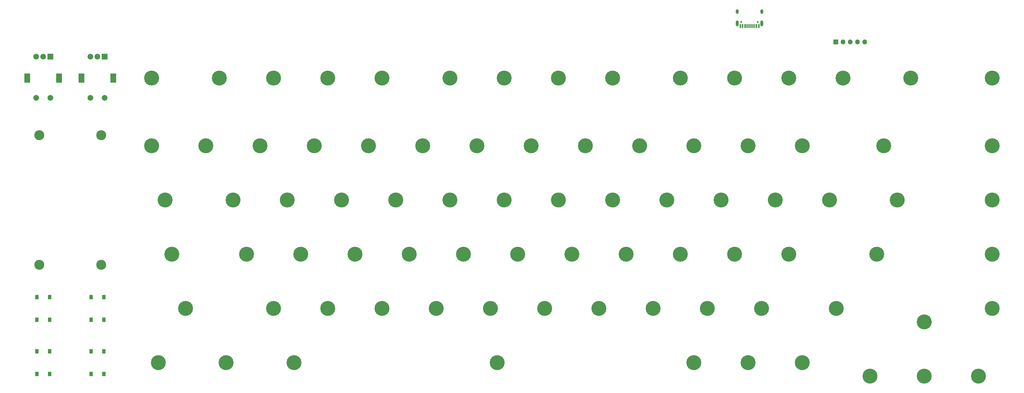
<source format=gbr>
%TF.GenerationSoftware,KiCad,Pcbnew,7.0.7*%
%TF.CreationDate,2023-10-31T22:36:57+07:00*%
%TF.ProjectId,Pixelette,50697865-6c65-4747-9465-2e6b69636164,rev?*%
%TF.SameCoordinates,Original*%
%TF.FileFunction,Soldermask,Top*%
%TF.FilePolarity,Negative*%
%FSLAX46Y46*%
G04 Gerber Fmt 4.6, Leading zero omitted, Abs format (unit mm)*
G04 Created by KiCad (PCBNEW 7.0.7) date 2023-10-31 22:36:57*
%MOMM*%
%LPD*%
G01*
G04 APERTURE LIST*
%ADD10C,5.250000*%
%ADD11R,2.000000X2.000000*%
%ADD12C,2.000000*%
%ADD13R,2.000000X3.200000*%
%ADD14R,1.300000X1.550000*%
%ADD15R,1.700000X1.700000*%
%ADD16O,1.700000X1.700000*%
%ADD17C,0.650000*%
%ADD18R,0.600000X1.450000*%
%ADD19R,0.300000X1.450000*%
%ADD20O,1.000000X2.100000*%
%ADD21O,1.000000X1.600000*%
%ADD22C,3.500000*%
G04 APERTURE END LIST*
D10*
%TO.C,SW2*%
X47625000Y-24700000D03*
%TD*%
%TO.C,SW24*%
X180975000Y-48512500D03*
%TD*%
%TO.C,SW9*%
X190500000Y-24700000D03*
%TD*%
%TO.C,SW62*%
X54768750Y-86612500D03*
%TD*%
%TO.C,SW40*%
X171450000Y-67562500D03*
%TD*%
%TO.C,SW86*%
X97631250Y-124712500D03*
%TD*%
%TO.C,SW70*%
X166687500Y-105662500D03*
%TD*%
%TO.C,SW49*%
X342900000Y-86612500D03*
%TD*%
%TO.C,SW56*%
X176212500Y-86612500D03*
%TD*%
%TO.C,SW51*%
X271462500Y-86612500D03*
%TD*%
%TO.C,SW37*%
X114300000Y-67562500D03*
%TD*%
%TO.C,SW41*%
X190500000Y-67562500D03*
%TD*%
%TO.C,SW25*%
X161925000Y-48512500D03*
%TD*%
%TO.C,SW46*%
X285750000Y-67562500D03*
%TD*%
D11*
%TO.C,SW1*%
X31075000Y-17200000D03*
D12*
X26075000Y-17200000D03*
X28575000Y-17200000D03*
D13*
X34175000Y-24700000D03*
X22975000Y-24700000D03*
D12*
X26075000Y-31700000D03*
X31075000Y-31700000D03*
%TD*%
D10*
%TO.C,SW79*%
X338137500Y-129475000D03*
%TD*%
D14*
%TO.C,SW63*%
X11775000Y-120737500D03*
X11775000Y-128687500D03*
X7275000Y-120737500D03*
X7275000Y-128687500D03*
%TD*%
D10*
%TO.C,SW82*%
X276225000Y-124712500D03*
%TD*%
%TO.C,SW59*%
X119062500Y-86612500D03*
%TD*%
%TO.C,SW29*%
X85725000Y-48512500D03*
%TD*%
%TO.C,SW36*%
X95250000Y-67562500D03*
%TD*%
%TO.C,SW22*%
X219075000Y-48512500D03*
%TD*%
%TO.C,SW55*%
X195262500Y-86612500D03*
%TD*%
D14*
%TO.C,SW64*%
X30825000Y-101687500D03*
X30825000Y-109637500D03*
X26325000Y-101687500D03*
X26325000Y-109637500D03*
%TD*%
D10*
%TO.C,SW43*%
X228600000Y-67562500D03*
%TD*%
D14*
%TO.C,SW89*%
X30825000Y-120737500D03*
X30825000Y-128687500D03*
X26325000Y-120737500D03*
X26325000Y-128687500D03*
%TD*%
D10*
%TO.C,SW81*%
X300037500Y-129475000D03*
%TD*%
%TO.C,SW31*%
X47625000Y-48512500D03*
%TD*%
%TO.C,SW53*%
X233362500Y-86612500D03*
%TD*%
%TO.C,SW50*%
X302418750Y-86612500D03*
%TD*%
%TO.C,SW11*%
X233362500Y-24700000D03*
%TD*%
%TO.C,SW88*%
X50006250Y-124712500D03*
%TD*%
%TO.C,SW87*%
X73818750Y-124712500D03*
%TD*%
%TO.C,SW19*%
X276225000Y-48512500D03*
%TD*%
%TO.C,SW38*%
X133350000Y-67562500D03*
%TD*%
%TO.C,SW60*%
X100012500Y-86612500D03*
%TD*%
%TO.C,SW16*%
X342900000Y-24700000D03*
%TD*%
%TO.C,SW67*%
X109537500Y-105662500D03*
%TD*%
%TO.C,SW73*%
X223837500Y-105662500D03*
%TD*%
%TO.C,SW15*%
X314325000Y-24700000D03*
%TD*%
%TO.C,SW74*%
X242887500Y-105662500D03*
%TD*%
%TO.C,SW12*%
X252412500Y-24700000D03*
%TD*%
%TO.C,SW77*%
X319087500Y-110425000D03*
%TD*%
%TO.C,SW8*%
X171450000Y-24700000D03*
%TD*%
%TO.C,SW57*%
X157162500Y-86612500D03*
%TD*%
%TO.C,SW48*%
X342900000Y-67562500D03*
%TD*%
%TO.C,SW4*%
X90487500Y-24700000D03*
%TD*%
%TO.C,SW80*%
X319087500Y-129475000D03*
%TD*%
%TO.C,SW7*%
X152400000Y-24700000D03*
%TD*%
%TO.C,SW78*%
X342900000Y-105662500D03*
%TD*%
D15*
%TO.C,J2*%
X287972500Y-12000000D03*
D16*
X290512500Y-12000000D03*
X293052500Y-12000000D03*
X295592500Y-12000000D03*
X298132500Y-12000000D03*
%TD*%
D10*
%TO.C,SW69*%
X147637500Y-105662500D03*
%TD*%
%TO.C,SW28*%
X104775000Y-48512500D03*
%TD*%
%TO.C,SW17*%
X342900000Y-48512500D03*
%TD*%
%TO.C,SW10*%
X209550000Y-24700000D03*
%TD*%
%TO.C,SW68*%
X128587500Y-105662500D03*
%TD*%
%TO.C,SW54*%
X214312500Y-86612500D03*
%TD*%
%TO.C,SW65*%
X59531250Y-105662500D03*
%TD*%
D11*
%TO.C,SW32*%
X12025000Y-17200000D03*
D12*
X7025000Y-17200000D03*
X9525000Y-17200000D03*
D13*
X15125000Y-24700000D03*
X3925000Y-24700000D03*
D12*
X7025000Y-31700000D03*
X12025000Y-31700000D03*
%TD*%
D10*
%TO.C,SW84*%
X238125000Y-124712500D03*
%TD*%
%TO.C,SW27*%
X123825000Y-48512500D03*
%TD*%
%TO.C,SW21*%
X238125000Y-48512500D03*
%TD*%
%TO.C,SW5*%
X109537500Y-24700000D03*
%TD*%
%TO.C,SW39*%
X152400000Y-67562500D03*
%TD*%
%TO.C,SW47*%
X309562500Y-67562500D03*
%TD*%
%TO.C,SW42*%
X209550000Y-67562500D03*
%TD*%
%TO.C,SW75*%
X261937500Y-105662500D03*
%TD*%
%TO.C,SW85*%
X169068750Y-124712500D03*
%TD*%
D14*
%TO.C,SW33*%
X11775000Y-101687500D03*
X11775000Y-109637500D03*
X7275000Y-101687500D03*
X7275000Y-109637500D03*
%TD*%
D10*
%TO.C,SW26*%
X142875000Y-48512500D03*
%TD*%
%TO.C,SW61*%
X80962500Y-86612500D03*
%TD*%
%TO.C,SW76*%
X288131250Y-105662500D03*
%TD*%
%TO.C,SW66*%
X90487500Y-105662500D03*
%TD*%
%TO.C,SW58*%
X138112500Y-86612500D03*
%TD*%
%TO.C,SW52*%
X252412500Y-86612500D03*
%TD*%
%TO.C,SW71*%
X185737500Y-105662500D03*
%TD*%
%TO.C,SW45*%
X266700000Y-67562500D03*
%TD*%
%TO.C,SW14*%
X290512500Y-24700000D03*
%TD*%
%TO.C,SW83*%
X257175000Y-124712500D03*
%TD*%
%TO.C,SW72*%
X204787500Y-105662500D03*
%TD*%
%TO.C,SW35*%
X76200000Y-67562500D03*
%TD*%
%TO.C,SW18*%
X304800000Y-48512500D03*
%TD*%
%TO.C,SW30*%
X66675000Y-48512500D03*
%TD*%
D17*
%TO.C,J1*%
X260582500Y-4998750D03*
X254802500Y-4998750D03*
D18*
X260942500Y-6443750D03*
X260142500Y-6443750D03*
D19*
X258942500Y-6443750D03*
X257942500Y-6443750D03*
X257442500Y-6443750D03*
X256442500Y-6443750D03*
D18*
X255242500Y-6443750D03*
X254442500Y-6443750D03*
X254442500Y-6443750D03*
X255242500Y-6443750D03*
D19*
X255942500Y-6443750D03*
X256942500Y-6443750D03*
X258442500Y-6443750D03*
X259442500Y-6443750D03*
D18*
X260142500Y-6443750D03*
X260942500Y-6443750D03*
D20*
X262012500Y-5528750D03*
D21*
X262012500Y-1348750D03*
D20*
X253372500Y-5528750D03*
D21*
X253372500Y-1348750D03*
%TD*%
D10*
%TO.C,SW3*%
X71437500Y-24700000D03*
%TD*%
%TO.C,SW20*%
X257175000Y-48512500D03*
%TD*%
%TO.C,SW44*%
X247650000Y-67562500D03*
%TD*%
%TO.C,SW13*%
X271462500Y-24700000D03*
%TD*%
D22*
%TO.C,S5*%
X29900000Y-44762500D03*
X8200000Y-44762500D03*
X8200000Y-90362500D03*
X29900000Y-90362500D03*
%TD*%
D10*
%TO.C,SW34*%
X52387500Y-67562500D03*
%TD*%
%TO.C,SW23*%
X200025000Y-48512500D03*
%TD*%
%TO.C,SW6*%
X128587500Y-24700000D03*
%TD*%
M02*

</source>
